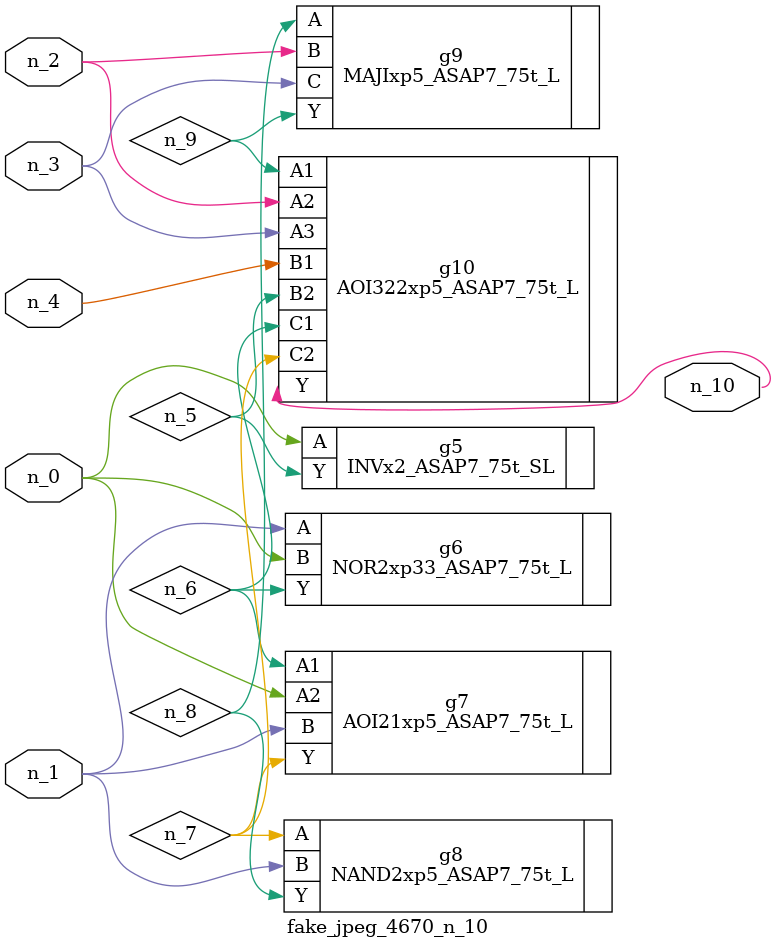
<source format=v>
module fake_jpeg_4670_n_10 (n_3, n_2, n_1, n_0, n_4, n_10);

input n_3;
input n_2;
input n_1;
input n_0;
input n_4;

output n_10;

wire n_8;
wire n_9;
wire n_6;
wire n_5;
wire n_7;

INVx2_ASAP7_75t_SL g5 ( 
.A(n_0),
.Y(n_5)
);

NOR2xp33_ASAP7_75t_L g6 ( 
.A(n_1),
.B(n_0),
.Y(n_6)
);

AOI21xp5_ASAP7_75t_L g7 ( 
.A1(n_6),
.A2(n_0),
.B(n_1),
.Y(n_7)
);

NAND2xp5_ASAP7_75t_L g8 ( 
.A(n_7),
.B(n_1),
.Y(n_8)
);

MAJIxp5_ASAP7_75t_L g9 ( 
.A(n_8),
.B(n_2),
.C(n_3),
.Y(n_9)
);

AOI322xp5_ASAP7_75t_L g10 ( 
.A1(n_9),
.A2(n_2),
.A3(n_3),
.B1(n_4),
.B2(n_5),
.C1(n_6),
.C2(n_7),
.Y(n_10)
);


endmodule
</source>
